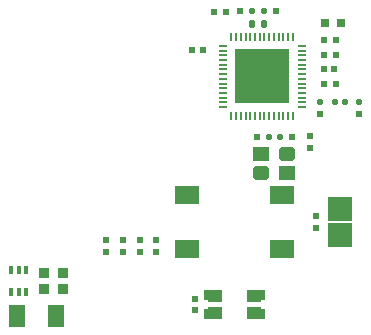
<source format=gtp>
G04*
G04 #@! TF.GenerationSoftware,Altium Limited,Altium Designer,20.2.6 (244)*
G04*
G04 Layer_Color=8421504*
%FSLAX44Y44*%
%MOMM*%
G71*
G04*
G04 #@! TF.SameCoordinates,7CDA323B-E038-41B1-B74F-359B52FF9F59*
G04*
G04*
G04 #@! TF.FilePolarity,Positive*
G04*
G01*
G75*
%ADD18R,1.1000X0.9000*%
%ADD19R,1.1500X1.0500*%
G04:AMPARAMS|DCode=20|XSize=1.4mm|YSize=1.15mm|CornerRadius=0.2875mm|HoleSize=0mm|Usage=FLASHONLY|Rotation=180.000|XOffset=0mm|YOffset=0mm|HoleType=Round|Shape=RoundedRectangle|*
%AMROUNDEDRECTD20*
21,1,1.4000,0.5750,0,0,180.0*
21,1,0.8250,1.1500,0,0,180.0*
1,1,0.5750,-0.4125,0.2875*
1,1,0.5750,0.4125,0.2875*
1,1,0.5750,0.4125,-0.2875*
1,1,0.5750,-0.4125,-0.2875*
%
%ADD20ROUNDEDRECTD20*%
%ADD21R,1.4000X1.1500*%
%ADD22R,0.5000X0.5000*%
G04:AMPARAMS|DCode=23|XSize=0.53mm|YSize=0.55mm|CornerRadius=0.1325mm|HoleSize=0mm|Usage=FLASHONLY|Rotation=90.000|XOffset=0mm|YOffset=0mm|HoleType=Round|Shape=RoundedRectangle|*
%AMROUNDEDRECTD23*
21,1,0.5300,0.2850,0,0,90.0*
21,1,0.2650,0.5500,0,0,90.0*
1,1,0.2650,0.1425,0.1325*
1,1,0.2650,0.1425,-0.1325*
1,1,0.2650,-0.1425,-0.1325*
1,1,0.2650,-0.1425,0.1325*
%
%ADD23ROUNDEDRECTD23*%
%ADD24R,0.5000X0.5000*%
G04:AMPARAMS|DCode=25|XSize=0.5mm|YSize=0.5mm|CornerRadius=0.125mm|HoleSize=0mm|Usage=FLASHONLY|Rotation=270.000|XOffset=0mm|YOffset=0mm|HoleType=Round|Shape=RoundedRectangle|*
%AMROUNDEDRECTD25*
21,1,0.5000,0.2500,0,0,270.0*
21,1,0.2500,0.5000,0,0,270.0*
1,1,0.2500,-0.1250,-0.1250*
1,1,0.2500,-0.1250,0.1250*
1,1,0.2500,0.1250,0.1250*
1,1,0.2500,0.1250,-0.1250*
%
%ADD25ROUNDEDRECTD25*%
%ADD26R,0.5500X0.5300*%
G04:AMPARAMS|DCode=27|XSize=0.5mm|YSize=0.5mm|CornerRadius=0.125mm|HoleSize=0mm|Usage=FLASHONLY|Rotation=180.000|XOffset=0mm|YOffset=0mm|HoleType=Round|Shape=RoundedRectangle|*
%AMROUNDEDRECTD27*
21,1,0.5000,0.2500,0,0,180.0*
21,1,0.2500,0.5000,0,0,180.0*
1,1,0.2500,-0.1250,0.1250*
1,1,0.2500,0.1250,0.1250*
1,1,0.2500,0.1250,-0.1250*
1,1,0.2500,-0.1250,-0.1250*
%
%ADD27ROUNDEDRECTD27*%
G04:AMPARAMS|DCode=28|XSize=0.5mm|YSize=0.6mm|CornerRadius=0.125mm|HoleSize=0mm|Usage=FLASHONLY|Rotation=180.000|XOffset=0mm|YOffset=0mm|HoleType=Round|Shape=RoundedRectangle|*
%AMROUNDEDRECTD28*
21,1,0.5000,0.3500,0,0,180.0*
21,1,0.2500,0.6000,0,0,180.0*
1,1,0.2500,-0.1250,0.1750*
1,1,0.2500,0.1250,0.1750*
1,1,0.2500,0.1250,-0.1750*
1,1,0.2500,-0.1250,-0.1750*
%
%ADD28ROUNDEDRECTD28*%
%ADD29R,0.5000X0.6000*%
%ADD30R,0.6000X0.5000*%
%ADD31R,0.2500X0.7000*%
%ADD32R,0.7000X0.2500*%
%ADD33R,4.6000X4.6000*%
%ADD34R,0.7620X0.7620*%
%ADD35R,2.0000X2.0000*%
%ADD36R,2.0000X1.5000*%
%ADD37R,0.3000X0.6600*%
%ADD38R,1.4000X1.9000*%
%ADD39R,0.9000X0.8100*%
D18*
X230810Y75819D02*
D03*
X189810D02*
D03*
X230810Y91819D02*
D03*
X189810D02*
D03*
D19*
X227060Y76570D02*
D03*
X193560D02*
D03*
Y91070D02*
D03*
X227060D02*
D03*
D20*
X255000Y211000D02*
D03*
X233000Y195000D02*
D03*
D21*
Y211000D02*
D03*
X255000Y195000D02*
D03*
D22*
X286189Y295084D02*
D03*
X296189D02*
D03*
X286189Y270192D02*
D03*
X296189D02*
D03*
X215250Y331750D02*
D03*
X245250Y331750D02*
D03*
X184000Y299000D02*
D03*
X174000D02*
D03*
X296189Y307530D02*
D03*
X286189D02*
D03*
X259250Y225750D02*
D03*
X229250Y225750D02*
D03*
D23*
X303440Y254748D02*
D03*
X295060D02*
D03*
D24*
X282750Y244750D02*
D03*
X315750D02*
D03*
X274258Y215992D02*
D03*
Y225992D02*
D03*
X144018Y128249D02*
D03*
Y138249D02*
D03*
X279654Y148162D02*
D03*
Y158162D02*
D03*
D25*
X282750Y254750D02*
D03*
X315750D02*
D03*
D26*
X294629Y282638D02*
D03*
X286249D02*
D03*
D27*
X225250Y331750D02*
D03*
X235250Y331750D02*
D03*
X249250Y225750D02*
D03*
X239250Y225750D02*
D03*
D28*
X235250Y320750D02*
D03*
X225250D02*
D03*
D29*
X192750Y331500D02*
D03*
X202750D02*
D03*
D30*
X101500Y128250D02*
D03*
Y138250D02*
D03*
X116006Y128250D02*
D03*
Y138250D02*
D03*
X130511Y138250D02*
D03*
Y128250D02*
D03*
X176750Y78500D02*
D03*
Y88500D02*
D03*
D31*
X259680Y243106D02*
D03*
X255680D02*
D03*
X251680D02*
D03*
X247680D02*
D03*
X243680D02*
D03*
X239680D02*
D03*
X235680D02*
D03*
X231680D02*
D03*
X227680D02*
D03*
X223680D02*
D03*
X219680D02*
D03*
X215680D02*
D03*
X211680D02*
D03*
X207680D02*
D03*
Y310106D02*
D03*
X211680D02*
D03*
X215680D02*
D03*
X219680D02*
D03*
X223680D02*
D03*
X227680D02*
D03*
X231680D02*
D03*
X235680D02*
D03*
X239680D02*
D03*
X243680D02*
D03*
X247680D02*
D03*
X251680D02*
D03*
X255680D02*
D03*
X259680D02*
D03*
D32*
X200180Y250606D02*
D03*
Y254606D02*
D03*
Y258606D02*
D03*
Y262606D02*
D03*
Y266606D02*
D03*
Y270606D02*
D03*
Y274606D02*
D03*
Y278606D02*
D03*
Y282606D02*
D03*
Y286606D02*
D03*
Y290606D02*
D03*
Y294606D02*
D03*
Y298606D02*
D03*
Y302606D02*
D03*
X267180D02*
D03*
Y298606D02*
D03*
Y294606D02*
D03*
Y290606D02*
D03*
Y286606D02*
D03*
Y282606D02*
D03*
Y278606D02*
D03*
Y274606D02*
D03*
Y270606D02*
D03*
Y266606D02*
D03*
Y262606D02*
D03*
Y258606D02*
D03*
Y254606D02*
D03*
Y250606D02*
D03*
D33*
X233682Y276608D02*
D03*
D34*
X287330Y321500D02*
D03*
X300670D02*
D03*
D35*
X299720Y164666D02*
D03*
Y142166D02*
D03*
D36*
X250312Y175916D02*
D03*
Y130916D02*
D03*
X170312D02*
D03*
Y175916D02*
D03*
D37*
X21181Y94358D02*
D03*
X27681D02*
D03*
X34181D02*
D03*
Y112758D02*
D03*
X27681D02*
D03*
X21181D02*
D03*
D38*
X26250Y74000D02*
D03*
X59250D02*
D03*
D39*
X48895Y110568D02*
D03*
Y96668D02*
D03*
X65466Y110328D02*
D03*
Y96428D02*
D03*
M02*

</source>
